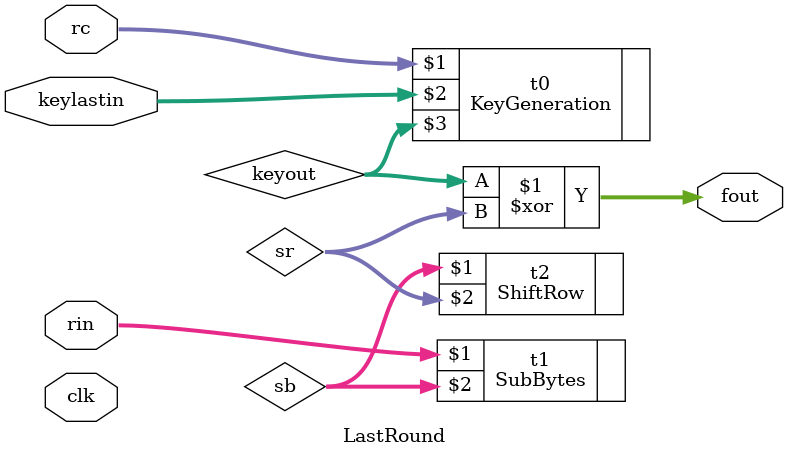
<source format=v>
`timescale 1ns / 1ps

module LastRound(clk,rc,rin,keylastin,fout);
input clk;
input [3:0]rc;
input [127:0]rin;
input [127:0]keylastin;
output [127:0]fout;

wire [127:0] sb,sr,mcl,keyout;

KeyGeneration t0(rc,keylastin,keyout);
SubBytes t1(rin,sb);
ShiftRow t2(sb,sr);
assign fout= keyout^sr;

endmodule

</source>
